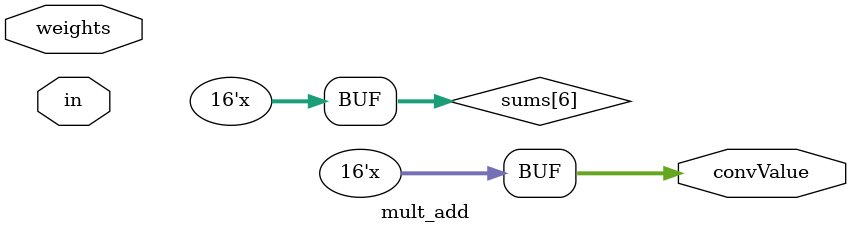
<source format=v>
module mult_add #(
    parameter I_BIT_WIDTH = 8,
    parameter K_SIZE = 3,
    parameter O_BIT_WIDTH = 16
)(
    input   signed [I_BIT_WIDTH*K_SIZE*K_SIZE-1:0]  in,
    input   signed [I_BIT_WIDTH*K_SIZE*K_SIZE-1:0]  weights,
    output  signed [O_BIT_WIDTH-1:0]                convValue
);

    wire signed [O_BIT_WIDTH-1:0] mul[0:K_SIZE*K_SIZE-1];

    // Multiplication
    genvar x, y;
    generate
        for (x = 0; x < K_SIZE; x = x+1) begin: sum_rows        // each row
            for (y = 0; y < K_SIZE; y = y+1) begin: sum_columns // each item in a row
                assign mul[K_SIZE*x+y] = in[I_BIT_WIDTH*(K_SIZE*x+y+1)-1 : I_BIT_WIDTH*(K_SIZE*x+y)] * weights[I_BIT_WIDTH*(K_SIZE*x+y+1)-1 : I_BIT_WIDTH*(K_SIZE*x+y)];
            end
        end
    endgenerate

    // Adder tree
    wire signed [O_BIT_WIDTH-1:0] sums[0:6];

    generate
        // sums[0] to sums[3]
        for (x = 0; x < 4; x = x+1) begin: addertree_nodes0
            assign sums[x] = mul[x*2] + mul[x*2+1];
        end
        // sums[4] to sums[5]
        for (x = 0; x < 2; x = x+1) begin: addertree_nodes1
            assign sums[x+4] = sums[x*2] + sums[x*2+1];
        end
    endgenerate

    assign sums[6] = sums[4] + sums[5];
    assign convValue = sums[6] + mul[8];

endmodule
</source>
